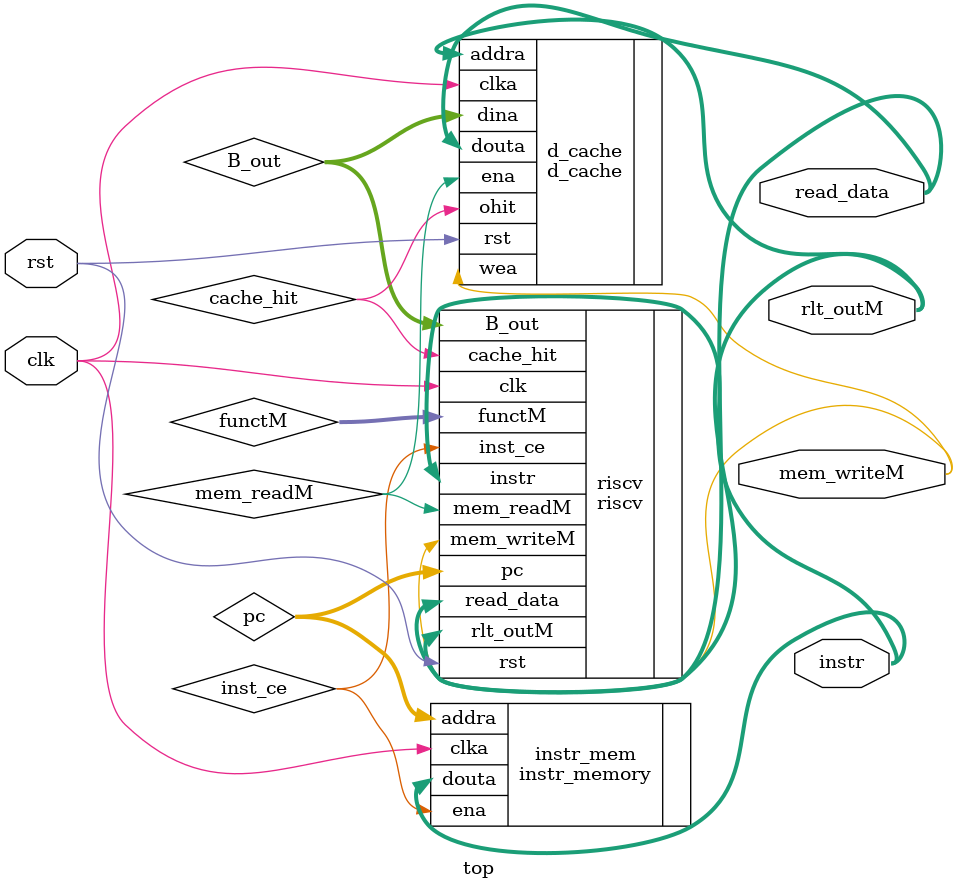
<source format=v>
`timescale 1ns / 1ps


module top(
	input clk,
	input rst,
	output [31:0]read_data,//datamemoryµÄ¶Á³öµÄÊý¾Ý
	output [31:0]rlt_outM,//aluµÄÊä³ö½á¹û
	output mem_writeM,//¿ØÖÆÆ÷µÄdatamemoryÐ´Ê¹ÄÜ
	output [31:0]instr//Ö´ÐÐµÄÖ¸Áî
    );
	//wire mem_write;//¿ØÖÆÆ÷µÄdatamemoryÐ´Ê¹ÄÜ
	wire mem_readM;//¿ØÖÆÆ÷µÄdatamemory¶ÁÊ¹ÄÜ
	wire [31:0]pc;//pcµ±Ç°Ö´ÐÐµÄÖ¸ÁîµØÖ·
	//wire [31:0]instr;//Ö´ÐÐµÄÖ¸Áî
	wire [31:0]B_out;//¼Ä´æÆ÷¶Ñ¶Á³öµÄÊý¾Ý
	//wire branch;
   	//wire [31:0]aluout;//aluµÄÊä³ö½á¹û
   	//wire [31:0]read_data;//datamemoryµÄ¶Á³öµÄÊý¾Ý
   	wire inst_ce;//Ö¸Áî¼Ä´æÆ÷µÄ¶Á¿ØÖÆÐÅºÅ
   	wire [2:0]functM;//EX_MEM¼Ä´æÆ÷´¢´æµÄldÖÖÀàfunct
   	wire [31:0]data_buff;
   	wire cache_hit;//cache·¢³öµÄÐÅºÅ
   	//Ê±ÖÓ·ÖÆµ
   	
   	//wire clk_out;//Êä³öµÄÊ±ÖÓ·ÖÆµÐÅºÅ
   	//ÊµÀý»¯Ä£¿é
   	//clk_div(.rst(rst),.clk(clk),.clk_out(clk_out));
	riscv riscv(.clk(clk),.rst(rst),.instr(instr),.pc(pc),.mem_writeM(mem_writeM),.mem_readM(mem_readM),.rlt_outM(rlt_outM),.B_out(B_out),.read_data(read_data),.inst_ce(inst_ce),.functM(functM)
	           ,.cache_hit(cache_hit)
	           );
	//blk_mem_gen_2 instr_mem(.clka(clk),.ena(inst_ce),.addra(pc),.douta(instr));//Ö¸Áî¼Ä´æÆ÷
	instr_memory instr_mem(.clka(clk),.ena(inst_ce),.addra(pc),.douta(instr));//Ö¸Áî¼Ä´æÆ÷
	//dcache dcache();
	//blk_mem_gen_2 data_mem(.clka(clk),.ena(mem_readM),.wea(mem_writeM),.addra(rlt_outM),.dina(B_out),.douta(read_data));//dmemÖ÷´æ
	d_cache d_cache(.rst(rst),.clka(clk),.wea(mem_writeM),.ena(mem_readM),.addra(rlt_outM),.dina(B_out),.douta(read_data),.ohit(cache_hit));
	//data_memory data_memory(.clka(clk),.wea(mem_writeM),.ena(mem_readM),.addra(rlt_outM),.dina(B_out),.functM(functM),.douta(read_data));
endmodule

</source>
